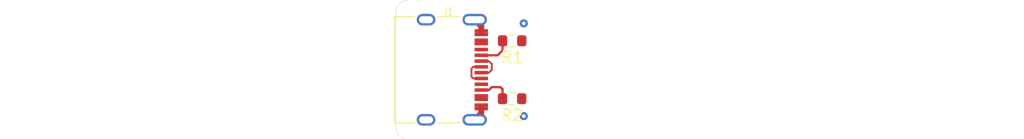
<source format=kicad_pcb>
(kicad_pcb (version 20240108) (generator "pcbnew") (generator_version "8.0")
  (layers (0 "F.Cu" signal) (31 "B.Cu" signal) (34 "B.Paste" user) (35 "F.Paste" user) (36 "B.SilkS" user "B.Silkscreen") (37 "F.SilkS" user "F.Silkscreen") (38 "B.Mask" user) (39 "F.Mask" user) (44 "Edge.Cuts" user))
  (net 0 "")
  (net 1 "gnd")
  (net 2 "usb.gnd")
  (net 3 "usb.conn.cc.cc1")
  (net 4 "usb.conn.cc.cc2")
  (net 5 "usb.pwr")
  (net 6 "usb.usb.dp")
  (net 7 "usb.usb.dm")
  (footprint "Resistor_SMD:R_0603_1608Metric" (layer "F.Cu") (at 144 45.5 180)
    (property "Reference" "R1" (at 0 -1.43 180) (layer "F.SilkS"))
    (property "Value" "±1% 1/10W Thick Film Resistors 75V ±100ppm/? -55?~+155? 5.1k? 0603 Chip Resistor - Surface Mount ROHS")
    (fp_line (start -0.237258 0.5225) (end 0.237258 0.5225) (stroke (width 0.12)) (layer "F.SilkS"))
    (fp_line (start -0.237258 -0.5225) (end 0.237258 -0.5225) (stroke (width 0.12)) (layer "F.SilkS"))
    (pad "1" smd roundrect (at -0.825 0 180) (size 0.8 0.95) (layers "F.Cu" "F.Paste" "F.Mask") (net 2 "usb.gnd"))
    (pad "2" smd roundrect (at 0.825 0 180) (size 0.8 0.95) (layers "F.Cu" "F.Paste" "F.Mask") (net 3 "usb.conn.cc.cc1"))
  )
  (footprint "Resistor_SMD:R_0603_1608Metric" (layer "F.Cu") (at 144 50.5 180)
    (property "Reference" "R2" (at 0 -1.43 180) (layer "F.SilkS"))
    (property "Value" "±1% 1/10W Thick Film Resistors 75V ±100ppm/? -55?~+155? 5.1k? 0603 Chip Resistor - Surface Mount ROHS")
    (fp_line (start -0.237258 0.5225) (end 0.237258 0.5225) (stroke (width 0.12)) (layer "F.SilkS"))
    (fp_line (start -0.237258 -0.5225) (end 0.237258 -0.5225) (stroke (width 0.12)) (layer "F.SilkS"))
    (pad "1" smd roundrect (at -0.825 0 180) (size 0.8 0.95) (layers "F.Cu" "F.Paste" "F.Mask") (net 2 "usb.gnd"))
    (pad "2" smd roundrect (at 0.825 0 180) (size 0.8 0.95) (layers "F.Cu" "F.Paste" "F.Mask") (net 4 "usb.conn.cc.cc2"))
  )
  (footprint "Connector_USB:USB_C_Receptacle_XKB_U262-16XN-4BVC11" (layer "F.Cu") (at 137.675 48 -90)
    (property "Reference" "J1" (at -5 -0.825 180) (layer "F.SilkS") (effects (font (size 0.7 0.5) (thickness 0.1))))
    (property "Value" "COM-15111")
    (fp_line (start -4.58 3.785) (end -4.58 2.08) (stroke (width 0.12)) (layer "F.SilkS"))
    (fp_line (start 4.58 3.785) (end -4.58 3.785) (stroke (width 0.12)) (layer "F.SilkS"))
    (fp_line (start 4.58 2.08) (end 4.58 3.785) (stroke (width 0.12)) (layer "F.SilkS"))
    (fp_line (start 4.58 0.07) (end 4.58 -1.85) (stroke (width 0.12)) (layer "F.SilkS"))
    (fp_line (start -4.58 -1.85) (end -4.58 0.07) (stroke (width 0.12)) (layer "F.SilkS"))
    (pad "" np_thru_hole circle (at -2.89 -2.605 270) (size 0.65 0.65) (drill 0.65) (layers "*.Cu" "*.Mask"))
    (pad "" np_thru_hole circle (at 2.89 -2.605 270) (size 0.65 0.65) (drill 0.65) (layers "*.Cu" "*.Mask"))
    (pad "A1" smd rect (at -3.35 -3.67 270) (size 0.3 1.15) (layers "F.Cu" "F.Paste" "F.Mask") (net 2 "usb.gnd"))
    (pad "A4" smd rect (at -2.55 -3.67 270) (size 0.3 1.15) (layers "F.Cu" "F.Paste" "F.Mask") (net 5 "usb.pwr"))
    (pad "A5" smd rect (at -1.25 -3.67 270) (size 0.3 1.15) (layers "F.Cu" "F.Paste" "F.Mask") (net 3 "usb.conn.cc.cc1"))
    (pad "A6" smd rect (at -0.25 -3.67 270) (size 0.3 1.15) (layers "F.Cu" "F.Paste" "F.Mask") (net 6 "usb.usb.dp"))
    (pad "A7" smd rect (at 0.25 -3.67 270) (size 0.3 1.15) (layers "F.Cu" "F.Paste" "F.Mask") (net 7 "usb.usb.dm"))
    (pad "A8" smd rect (at 1.25 -3.67 270) (size 0.3 1.15) (layers "F.Cu" "F.Paste" "F.Mask"))
    (pad "A9" smd rect (at 2.55 -3.67 270) (size 0.3 1.15) (layers "F.Cu" "F.Paste" "F.Mask") (net 5 "usb.pwr"))
    (pad "A12" smd rect (at 3.35 -3.67 270) (size 0.3 1.15) (layers "F.Cu" "F.Paste" "F.Mask") (net 2 "usb.gnd"))
    (pad "B1" smd rect (at 3.05 -3.67 270) (size 0.3 1.15) (layers "F.Cu" "F.Paste" "F.Mask") (net 2 "usb.gnd"))
    (pad "B4" smd rect (at 2.25 -3.67 270) (size 0.3 1.15) (layers "F.Cu" "F.Paste" "F.Mask") (net 5 "usb.pwr"))
    (pad "B5" smd rect (at 1.75 -3.67 270) (size 0.3 1.15) (layers "F.Cu" "F.Paste" "F.Mask") (net 4 "usb.conn.cc.cc2"))
    (pad "B6" smd rect (at 0.75 -3.67 270) (size 0.3 1.15) (layers "F.Cu" "F.Paste" "F.Mask") (net 6 "usb.usb.dp"))
    (pad "B7" smd rect (at -0.75 -3.67 270) (size 0.3 1.15) (layers "F.Cu" "F.Paste" "F.Mask") (net 7 "usb.usb.dm"))
    (pad "B8" smd rect (at -1.75 -3.67 270) (size 0.3 1.15) (layers "F.Cu" "F.Paste" "F.Mask"))
    (pad "B9" smd rect (at -2.25 -3.67 270) (size 0.3 1.15) (layers "F.Cu" "F.Paste" "F.Mask") (net 5 "usb.pwr"))
    (pad "B12" smd rect (at -3.05 -3.67 270) (size 0.3 1.15) (layers "F.Cu" "F.Paste" "F.Mask") (net 2 "usb.gnd"))
    (pad "S1" thru_hole oval (at -4.32 -3.105 270) (size 1 2.1) (drill oval 0.6 1.7) (layers "*.Cu" "*.Mask") (net 2 "usb.gnd"))
    (pad "S1" thru_hole oval (at -4.32 1.075 270) (size 1 1.6) (drill oval 0.6 1.2) (layers "*.Cu" "*.Mask") (net 2 "usb.gnd"))
    (pad "S1" thru_hole oval (at 4.32 -3.105 270) (size 1 2.1) (drill oval 0.6 1.7) (layers "*.Cu" "*.Mask") (net 2 "usb.gnd"))
    (pad "S1" thru_hole oval (at 4.32 1.075 270) (size 1 1.6) (drill oval 0.6 1.2) (layers "*.Cu" "*.Mask") (net 2 "usb.gnd"))
  )
  (gr_line (start 134 43) (end 134 53) (stroke (width 0.0381)) (layer "Edge.Cuts"))
  (gr_arc (start 135 54) (mid 134.292893 53.707107) (end 134 53) (stroke (width 0.0381)) (layer "Edge.Cuts"))
  (gr_arc (start 134 43) (mid 134.292893 42.292893) (end 135 42) (stroke (width 0.0381)) (layer "Edge.Cuts"))
  (via (at 145 52) (size 0.7) (drill 0.3) (layers "F.Cu" "B.Cu") (net 1))
  (via (at 145 44) (size 0.7) (drill 0.3) (layers "F.Cu" "B.Cu") (net 1))
  (segment (start 141.345 44.4475) (end 141.345 44.245) (width 0.5) (layer "F.Cu") (net 2))
  (segment (start 141.345 51.35) (end 141.345 51.5525) (width 0.5) (layer "F.Cu") (net 2))
  (segment (start 141.345 44.245) (end 140.78 43.68) (width 0.5) (layer "F.Cu") (net 2))
  (segment (start 141.345 44.95) (end 141.345 44.65) (width 0.2) (layer "F.Cu") (net 2))
  (segment (start 141.345 51.5525) (end 141.345 51.755) (width 0.5) (layer "F.Cu") (net 2))
  (segment (start 141.345 44.65) (end 141.345 44.4475) (width 0.5) (layer "F.Cu") (net 2))
  (segment (start 141.345 51.755) (end 140.78 52.32) (width 0.5) (layer "F.Cu") (net 2))
  (segment (start 141.345 51.05) (end 141.345 51.35) (width 0.2) (layer "F.Cu") (net 2))
  (segment (start 143.175 46.33) (end 142.755 46.75) (width 0.2) (layer "F.Cu") (net 3))
  (segment (start 143.175 45.5) (end 143.175 46.33) (width 0.2) (layer "F.Cu") (net 3))
  (segment (start 142.755 46.75) (end 141.345 46.75) (width 0.2) (layer "F.Cu") (net 3))
  (segment (start 142 49.75) (end 142.25 49.5) (width 0.2) (layer "F.Cu") (net 4))
  (segment (start 143.175 49.675) (end 143.175 50.5) (width 0.2) (layer "F.Cu") (net 4))
  (segment (start 143 49.5) (end 143.175 49.675) (width 0.2) (layer "F.Cu") (net 4))
  (segment (start 142.25 49.5) (end 143 49.5) (width 0.2) (layer "F.Cu") (net 4))
  (segment (start 141.345 49.75) (end 142 49.75) (width 0.2) (layer "F.Cu") (net 4))
  (segment (start 140.5 48.59) (end 140.5 47.91) (width 0.16) (layer "F.Cu") (net 6))
  (segment (start 141.67 48.75) (end 141.345 48.75) (width 0.16) (layer "F.Cu") (net 6))
  (segment (start 140.66 47.75) (end 141.345 47.75) (width 0.16) (layer "F.Cu") (net 6))
  (segment (start 140.66 48.75) (end 140.5 48.59) (width 0.16) (layer "F.Cu") (net 6))
  (segment (start 141.345 48.75) (end 140.66 48.75) (width 0.16) (layer "F.Cu") (net 6))
  (segment (start 140.5 47.91) (end 140.66 47.75) (width 0.16) (layer "F.Cu") (net 6))
  (segment (start 141.67 47.25) (end 142 47.25) (width 0.16) (layer "F.Cu") (net 7))
  (segment (start 142 47.25) (end 142.25 47.5) (width 0.16) (layer "F.Cu") (net 7))
  (segment (start 142 48.25) (end 141.67 48.25) (width 0.16) (layer "F.Cu") (net 7))
  (segment (start 141.67 48.25) (end 141.345 48.25) (width 0.15) (layer "F.Cu") (net 7))
  (segment (start 141.67 47.25) (end 141.345 47.25) (width 0.15) (layer "F.Cu") (net 7))
  (segment (start 142.25 48) (end 142 48.25) (width 0.16) (layer "F.Cu") (net 7))
  (segment (start 142.25 47.5) (end 142.25 48) (width 0.16) (layer "F.Cu") (net 7))
)
</source>
